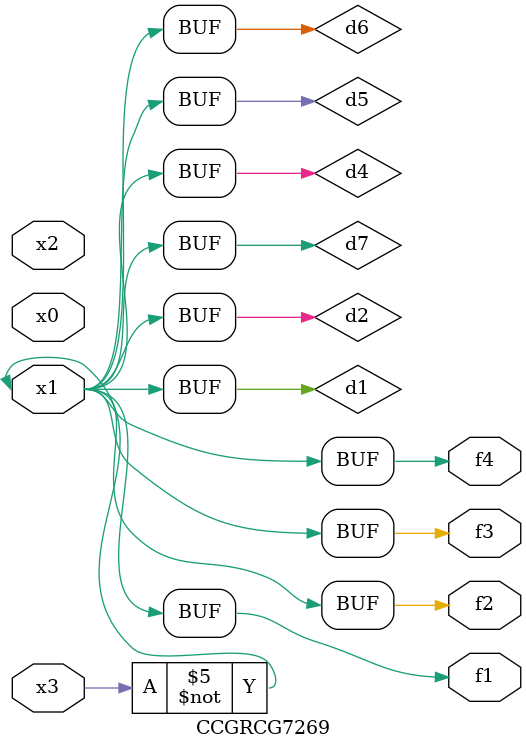
<source format=v>
module CCGRCG7269(
	input x0, x1, x2, x3,
	output f1, f2, f3, f4
);

	wire d1, d2, d3, d4, d5, d6, d7;

	not (d1, x3);
	buf (d2, x1);
	xnor (d3, d1, d2);
	nor (d4, d1);
	buf (d5, d1, d2);
	buf (d6, d4, d5);
	nand (d7, d4);
	assign f1 = d6;
	assign f2 = d7;
	assign f3 = d6;
	assign f4 = d6;
endmodule

</source>
